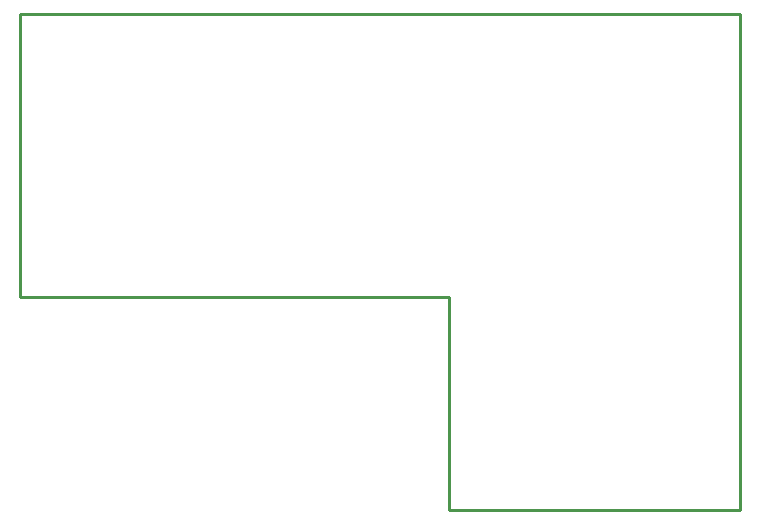
<source format=gbo>
G04*
G04 #@! TF.GenerationSoftware,Altium Limited,Altium Designer,20.2.5 (213)*
G04*
G04 Layer_Color=32896*
%FSLAX42Y42*%
%MOMM*%
G71*
G04*
G04 #@! TF.SameCoordinates,FD00795A-EEFA-4773-A186-A79775DAC492*
G04*
G04*
G04 #@! TF.FilePolarity,Positive*
G04*
G01*
G75*
%ADD12C,0.25*%
D12*
X7640Y5300D02*
X10100D01*
X7640D02*
Y7100D01*
X4000D02*
X7640D01*
X4000D02*
Y9500D01*
X10100D01*
Y5300D02*
Y9500D01*
M02*

</source>
